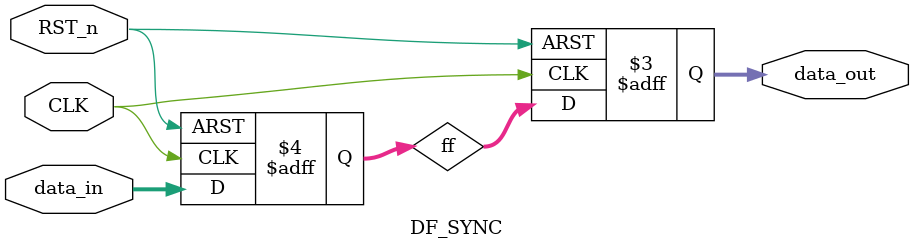
<source format=v>
module DF_SYNC #(parameter SYNC_WIDTH = 4)(
    input  wire  [SYNC_WIDTH-1:0] data_in,
    input  wire                 CLK, RST_n,
    output reg  [SYNC_WIDTH-1:0] data_out
);

    reg [SYNC_WIDTH-1:0] ff;

    always @(posedge CLK or negedge RST_n) begin
        if(!RST_n)begin
            ff <= 'b0;
            data_out <= 'b0;
        end else begin
            ff <= data_in;
            data_out <= ff;
        end
    end

endmodule
</source>
